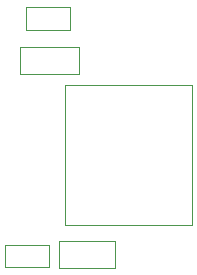
<source format=gbr>
%TF.GenerationSoftware,KiCad,Pcbnew,(5.1.10)-1*%
%TF.CreationDate,2023-09-30T19:16:06-07:00*%
%TF.ProjectId,PacmanClock_ESP32_SPI_v1_6,5061636d-616e-4436-9c6f-636b5f455350,1.6*%
%TF.SameCoordinates,Original*%
%TF.FileFunction,Other,User*%
%FSLAX46Y46*%
G04 Gerber Fmt 4.6, Leading zero omitted, Abs format (unit mm)*
G04 Created by KiCad (PCBNEW (5.1.10)-1) date 2023-09-30 19:16:06*
%MOMM*%
%LPD*%
G01*
G04 APERTURE LIST*
%ADD10C,0.050000*%
G04 APERTURE END LIST*
D10*
%TO.C,C4*%
X177880000Y-134850000D02*
X177880000Y-132550000D01*
X177880000Y-132550000D02*
X172920000Y-132550000D01*
X172920000Y-132550000D02*
X172920000Y-134850000D01*
X172920000Y-134850000D02*
X177880000Y-134850000D01*
%TO.C,D1*%
X180950000Y-148950000D02*
X180950000Y-151250000D01*
X176250000Y-151250000D02*
X180950000Y-151250000D01*
X176250000Y-148950000D02*
X176250000Y-151250000D01*
X180950000Y-148950000D02*
X176250000Y-148950000D01*
%TO.C,C8*%
X173420000Y-131080000D02*
X177180000Y-131080000D01*
X173420000Y-129120000D02*
X173420000Y-131080000D01*
X177180000Y-129120000D02*
X173420000Y-129120000D01*
X177180000Y-131080000D02*
X177180000Y-129120000D01*
%TO.C,R12*%
X171650000Y-151150000D02*
X175350000Y-151150000D01*
X171650000Y-149250000D02*
X171650000Y-151150000D01*
X175350000Y-149250000D02*
X171650000Y-149250000D01*
X175350000Y-151150000D02*
X175350000Y-149250000D01*
%TO.C,U3*%
X176700000Y-147630000D02*
X176700000Y-135770000D01*
X187500000Y-147630000D02*
X176700000Y-147630000D01*
X187500000Y-135770000D02*
X187500000Y-147630000D01*
X176700000Y-135770000D02*
X187500000Y-135770000D01*
%TD*%
M02*

</source>
